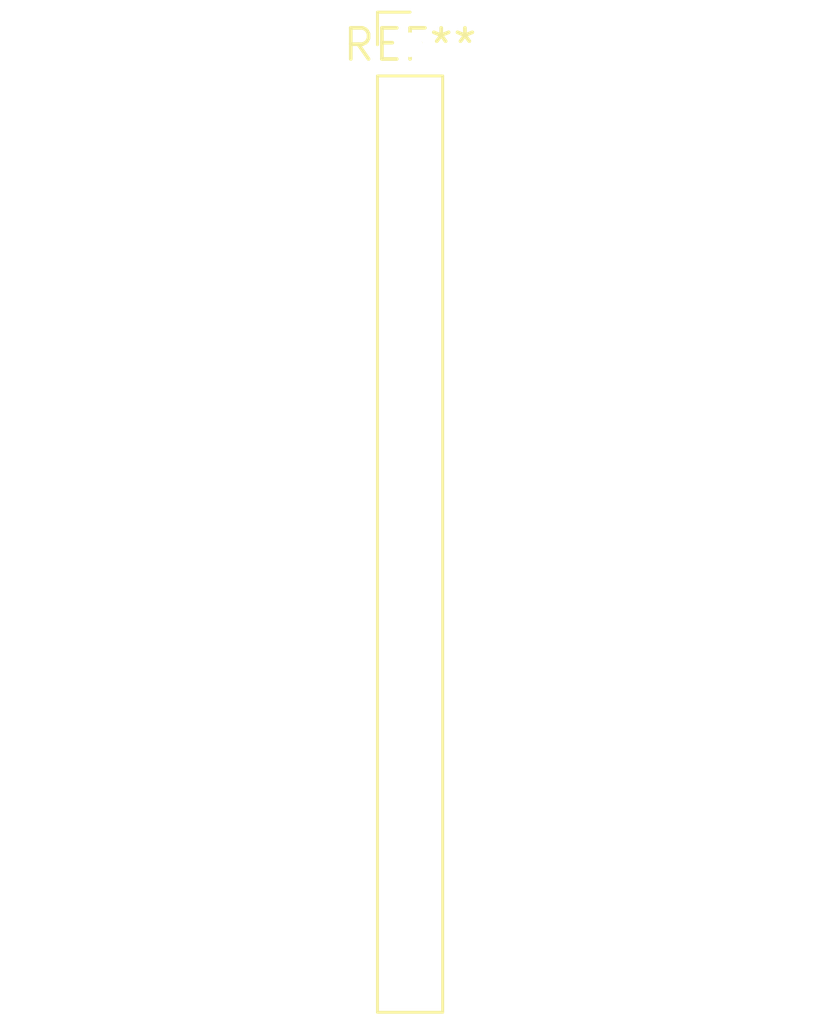
<source format=kicad_pcb>
(kicad_pcb (version 20240108) (generator pcbnew)
  (layers (0 "F.Cu" signal) (31 "B.Cu" signal) (34 "B.Paste" user) (35 "F.Paste" user) (36 "B.SilkS" user "B.Silkscreen") (37 "F.SilkS" user "F.Silkscreen") (38 "B.Mask" user) (39 "F.Mask" user) (44 "Edge.Cuts" user))
  (net 0 "")
  (footprint "PinHeader_1x16_P2.54mm_Vertical" (layer "F.Cu") (at 0 0)
    (property "Reference" "REF**")
    (property "Value" "PinHeader_1x16_P2.54mm_Vertical")
    (fp_line (start -1.33 -1.33) (end 0 -1.33) (layer "F.SilkS") (stroke (width 0.12)))
    (fp_line (start -1.33 0) (end -1.33 -1.33) (layer "F.SilkS") (stroke (width 0.12)))
    (fp_line (start -1.33 1.27) (end -1.33 39.43) (layer "F.SilkS") (stroke (width 0.12)))
    (fp_line (start -1.33 1.27) (end 1.33 1.27) (layer "F.SilkS") (stroke (width 0.12)))
    (fp_line (start -1.33 39.43) (end 1.33 39.43) (layer "F.SilkS") (stroke (width 0.12)))
    (fp_line (start 1.33 1.27) (end 1.33 39.43) (layer "F.SilkS") (stroke (width 0.12)))
    (pad "1" thru_hole rect (at 0 0) (size 1.7 1.7) (drill 1) (layers *.Cu *.Mask) (remove_unused_layers))
    (pad "2" thru_hole oval (at 0 2.54) (size 1.7 1.7) (drill 1) (layers *.Cu *.Mask) (remove_unused_layers))
    (pad "3" thru_hole oval (at 0 5.08) (size 1.7 1.7) (drill 1) (layers *.Cu *.Mask) (remove_unused_layers))
    (pad "4" thru_hole oval (at 0 7.62) (size 1.7 1.7) (drill 1) (layers *.Cu *.Mask) (remove_unused_layers))
    (pad "5" thru_hole oval (at 0 10.16) (size 1.7 1.7) (drill 1) (layers *.Cu *.Mask) (remove_unused_layers))
    (pad "6" thru_hole oval (at 0 12.7) (size 1.7 1.7) (drill 1) (layers *.Cu *.Mask) (remove_unused_layers))
    (pad "7" thru_hole oval (at 0 15.24) (size 1.7 1.7) (drill 1) (layers *.Cu *.Mask) (remove_unused_layers))
    (pad "8" thru_hole oval (at 0 17.78) (size 1.7 1.7) (drill 1) (layers *.Cu *.Mask) (remove_unused_layers))
    (pad "9" thru_hole oval (at 0 20.32) (size 1.7 1.7) (drill 1) (layers *.Cu *.Mask) (remove_unused_layers))
    (pad "10" thru_hole oval (at 0 22.86) (size 1.7 1.7) (drill 1) (layers *.Cu *.Mask) (remove_unused_layers))
    (pad "11" thru_hole oval (at 0 25.4) (size 1.7 1.7) (drill 1) (layers *.Cu *.Mask) (remove_unused_layers))
    (pad "12" thru_hole oval (at 0 27.94) (size 1.7 1.7) (drill 1) (layers *.Cu *.Mask) (remove_unused_layers))
    (pad "13" thru_hole oval (at 0 30.48) (size 1.7 1.7) (drill 1) (layers *.Cu *.Mask) (remove_unused_layers))
    (pad "14" thru_hole oval (at 0 33.02) (size 1.7 1.7) (drill 1) (layers *.Cu *.Mask) (remove_unused_layers))
    (pad "15" thru_hole oval (at 0 35.56) (size 1.7 1.7) (drill 1) (layers *.Cu *.Mask) (remove_unused_layers))
    (pad "16" thru_hole oval (at 0 38.1) (size 1.7 1.7) (drill 1) (layers *.Cu *.Mask) (remove_unused_layers))
  )
)
</source>
